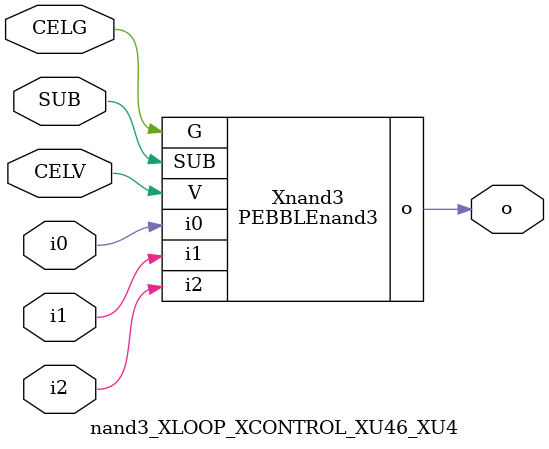
<source format=v>



module PEBBLEnand3 ( o, G, SUB, V, i0, i1, i2 );

  input i0;
  input V;
  input i2;
  input i1;
  input G;
  output o;
  input SUB;
endmodule

//Celera Confidential Do Not Copy nand3_XLOOP_XCONTROL_XU46_XU4
//Celera Confidential Symbol Generator
//5V Inverter
module nand3_XLOOP_XCONTROL_XU46_XU4 (CELV,CELG,i0,i1,i2,o,SUB);
input CELV;
input CELG;
input i0;
input i1;
input i2;
input SUB;
output o;

//Celera Confidential Do Not Copy nand3
PEBBLEnand3 Xnand3(
.V (CELV),
.i0 (i0),
.i1 (i1),
.i2 (i2),
.o (o),
.SUB (SUB),
.G (CELG)
);
//,diesize,PEBBLEnand3

//Celera Confidential Do Not Copy Module End
//Celera Schematic Generator
endmodule

</source>
